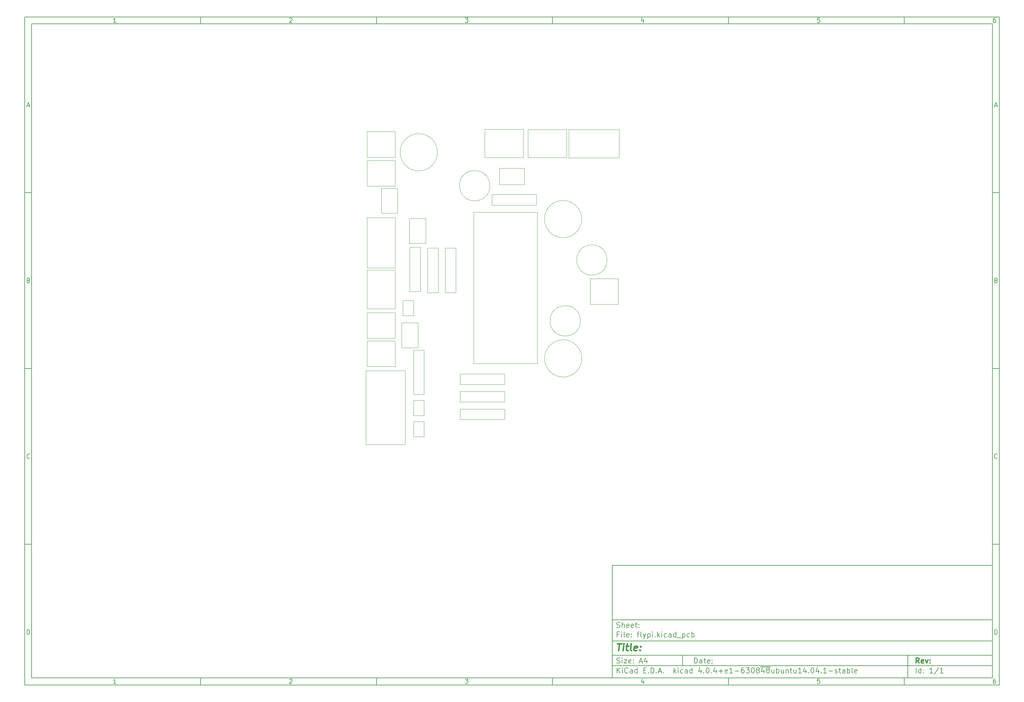
<source format=gbr>
G04 #@! TF.FileFunction,Other,User*
%FSLAX46Y46*%
G04 Gerber Fmt 4.6, Leading zero omitted, Abs format (unit mm)*
G04 Created by KiCad (PCBNEW 4.0.4+e1-6308~48~ubuntu14.04.1-stable) date Tue Oct  4 21:58:47 2016*
%MOMM*%
%LPD*%
G01*
G04 APERTURE LIST*
%ADD10C,0.100000*%
%ADD11C,0.150000*%
%ADD12C,0.300000*%
%ADD13C,0.400000*%
%ADD14C,0.050000*%
G04 APERTURE END LIST*
D10*
D11*
X177002200Y-166007200D02*
X177002200Y-198007200D01*
X285002200Y-198007200D01*
X285002200Y-166007200D01*
X177002200Y-166007200D01*
D10*
D11*
X10000000Y-10000000D02*
X10000000Y-200007200D01*
X287002200Y-200007200D01*
X287002200Y-10000000D01*
X10000000Y-10000000D01*
D10*
D11*
X12000000Y-12000000D02*
X12000000Y-198007200D01*
X285002200Y-198007200D01*
X285002200Y-12000000D01*
X12000000Y-12000000D01*
D10*
D11*
X60000000Y-12000000D02*
X60000000Y-10000000D01*
D10*
D11*
X110000000Y-12000000D02*
X110000000Y-10000000D01*
D10*
D11*
X160000000Y-12000000D02*
X160000000Y-10000000D01*
D10*
D11*
X210000000Y-12000000D02*
X210000000Y-10000000D01*
D10*
D11*
X260000000Y-12000000D02*
X260000000Y-10000000D01*
D10*
D11*
X35990476Y-11588095D02*
X35247619Y-11588095D01*
X35619048Y-11588095D02*
X35619048Y-10288095D01*
X35495238Y-10473810D01*
X35371429Y-10597619D01*
X35247619Y-10659524D01*
D10*
D11*
X85247619Y-10411905D02*
X85309524Y-10350000D01*
X85433333Y-10288095D01*
X85742857Y-10288095D01*
X85866667Y-10350000D01*
X85928571Y-10411905D01*
X85990476Y-10535714D01*
X85990476Y-10659524D01*
X85928571Y-10845238D01*
X85185714Y-11588095D01*
X85990476Y-11588095D01*
D10*
D11*
X135185714Y-10288095D02*
X135990476Y-10288095D01*
X135557143Y-10783333D01*
X135742857Y-10783333D01*
X135866667Y-10845238D01*
X135928571Y-10907143D01*
X135990476Y-11030952D01*
X135990476Y-11340476D01*
X135928571Y-11464286D01*
X135866667Y-11526190D01*
X135742857Y-11588095D01*
X135371429Y-11588095D01*
X135247619Y-11526190D01*
X135185714Y-11464286D01*
D10*
D11*
X185866667Y-10721429D02*
X185866667Y-11588095D01*
X185557143Y-10226190D02*
X185247619Y-11154762D01*
X186052381Y-11154762D01*
D10*
D11*
X235928571Y-10288095D02*
X235309524Y-10288095D01*
X235247619Y-10907143D01*
X235309524Y-10845238D01*
X235433333Y-10783333D01*
X235742857Y-10783333D01*
X235866667Y-10845238D01*
X235928571Y-10907143D01*
X235990476Y-11030952D01*
X235990476Y-11340476D01*
X235928571Y-11464286D01*
X235866667Y-11526190D01*
X235742857Y-11588095D01*
X235433333Y-11588095D01*
X235309524Y-11526190D01*
X235247619Y-11464286D01*
D10*
D11*
X285866667Y-10288095D02*
X285619048Y-10288095D01*
X285495238Y-10350000D01*
X285433333Y-10411905D01*
X285309524Y-10597619D01*
X285247619Y-10845238D01*
X285247619Y-11340476D01*
X285309524Y-11464286D01*
X285371429Y-11526190D01*
X285495238Y-11588095D01*
X285742857Y-11588095D01*
X285866667Y-11526190D01*
X285928571Y-11464286D01*
X285990476Y-11340476D01*
X285990476Y-11030952D01*
X285928571Y-10907143D01*
X285866667Y-10845238D01*
X285742857Y-10783333D01*
X285495238Y-10783333D01*
X285371429Y-10845238D01*
X285309524Y-10907143D01*
X285247619Y-11030952D01*
D10*
D11*
X60000000Y-198007200D02*
X60000000Y-200007200D01*
D10*
D11*
X110000000Y-198007200D02*
X110000000Y-200007200D01*
D10*
D11*
X160000000Y-198007200D02*
X160000000Y-200007200D01*
D10*
D11*
X210000000Y-198007200D02*
X210000000Y-200007200D01*
D10*
D11*
X260000000Y-198007200D02*
X260000000Y-200007200D01*
D10*
D11*
X35990476Y-199595295D02*
X35247619Y-199595295D01*
X35619048Y-199595295D02*
X35619048Y-198295295D01*
X35495238Y-198481010D01*
X35371429Y-198604819D01*
X35247619Y-198666724D01*
D10*
D11*
X85247619Y-198419105D02*
X85309524Y-198357200D01*
X85433333Y-198295295D01*
X85742857Y-198295295D01*
X85866667Y-198357200D01*
X85928571Y-198419105D01*
X85990476Y-198542914D01*
X85990476Y-198666724D01*
X85928571Y-198852438D01*
X85185714Y-199595295D01*
X85990476Y-199595295D01*
D10*
D11*
X135185714Y-198295295D02*
X135990476Y-198295295D01*
X135557143Y-198790533D01*
X135742857Y-198790533D01*
X135866667Y-198852438D01*
X135928571Y-198914343D01*
X135990476Y-199038152D01*
X135990476Y-199347676D01*
X135928571Y-199471486D01*
X135866667Y-199533390D01*
X135742857Y-199595295D01*
X135371429Y-199595295D01*
X135247619Y-199533390D01*
X135185714Y-199471486D01*
D10*
D11*
X185866667Y-198728629D02*
X185866667Y-199595295D01*
X185557143Y-198233390D02*
X185247619Y-199161962D01*
X186052381Y-199161962D01*
D10*
D11*
X235928571Y-198295295D02*
X235309524Y-198295295D01*
X235247619Y-198914343D01*
X235309524Y-198852438D01*
X235433333Y-198790533D01*
X235742857Y-198790533D01*
X235866667Y-198852438D01*
X235928571Y-198914343D01*
X235990476Y-199038152D01*
X235990476Y-199347676D01*
X235928571Y-199471486D01*
X235866667Y-199533390D01*
X235742857Y-199595295D01*
X235433333Y-199595295D01*
X235309524Y-199533390D01*
X235247619Y-199471486D01*
D10*
D11*
X285866667Y-198295295D02*
X285619048Y-198295295D01*
X285495238Y-198357200D01*
X285433333Y-198419105D01*
X285309524Y-198604819D01*
X285247619Y-198852438D01*
X285247619Y-199347676D01*
X285309524Y-199471486D01*
X285371429Y-199533390D01*
X285495238Y-199595295D01*
X285742857Y-199595295D01*
X285866667Y-199533390D01*
X285928571Y-199471486D01*
X285990476Y-199347676D01*
X285990476Y-199038152D01*
X285928571Y-198914343D01*
X285866667Y-198852438D01*
X285742857Y-198790533D01*
X285495238Y-198790533D01*
X285371429Y-198852438D01*
X285309524Y-198914343D01*
X285247619Y-199038152D01*
D10*
D11*
X10000000Y-60000000D02*
X12000000Y-60000000D01*
D10*
D11*
X10000000Y-110000000D02*
X12000000Y-110000000D01*
D10*
D11*
X10000000Y-160000000D02*
X12000000Y-160000000D01*
D10*
D11*
X10690476Y-35216667D02*
X11309524Y-35216667D01*
X10566667Y-35588095D02*
X11000000Y-34288095D01*
X11433333Y-35588095D01*
D10*
D11*
X11092857Y-84907143D02*
X11278571Y-84969048D01*
X11340476Y-85030952D01*
X11402381Y-85154762D01*
X11402381Y-85340476D01*
X11340476Y-85464286D01*
X11278571Y-85526190D01*
X11154762Y-85588095D01*
X10659524Y-85588095D01*
X10659524Y-84288095D01*
X11092857Y-84288095D01*
X11216667Y-84350000D01*
X11278571Y-84411905D01*
X11340476Y-84535714D01*
X11340476Y-84659524D01*
X11278571Y-84783333D01*
X11216667Y-84845238D01*
X11092857Y-84907143D01*
X10659524Y-84907143D01*
D10*
D11*
X11402381Y-135464286D02*
X11340476Y-135526190D01*
X11154762Y-135588095D01*
X11030952Y-135588095D01*
X10845238Y-135526190D01*
X10721429Y-135402381D01*
X10659524Y-135278571D01*
X10597619Y-135030952D01*
X10597619Y-134845238D01*
X10659524Y-134597619D01*
X10721429Y-134473810D01*
X10845238Y-134350000D01*
X11030952Y-134288095D01*
X11154762Y-134288095D01*
X11340476Y-134350000D01*
X11402381Y-134411905D01*
D10*
D11*
X10659524Y-185588095D02*
X10659524Y-184288095D01*
X10969048Y-184288095D01*
X11154762Y-184350000D01*
X11278571Y-184473810D01*
X11340476Y-184597619D01*
X11402381Y-184845238D01*
X11402381Y-185030952D01*
X11340476Y-185278571D01*
X11278571Y-185402381D01*
X11154762Y-185526190D01*
X10969048Y-185588095D01*
X10659524Y-185588095D01*
D10*
D11*
X287002200Y-60000000D02*
X285002200Y-60000000D01*
D10*
D11*
X287002200Y-110000000D02*
X285002200Y-110000000D01*
D10*
D11*
X287002200Y-160000000D02*
X285002200Y-160000000D01*
D10*
D11*
X285692676Y-35216667D02*
X286311724Y-35216667D01*
X285568867Y-35588095D02*
X286002200Y-34288095D01*
X286435533Y-35588095D01*
D10*
D11*
X286095057Y-84907143D02*
X286280771Y-84969048D01*
X286342676Y-85030952D01*
X286404581Y-85154762D01*
X286404581Y-85340476D01*
X286342676Y-85464286D01*
X286280771Y-85526190D01*
X286156962Y-85588095D01*
X285661724Y-85588095D01*
X285661724Y-84288095D01*
X286095057Y-84288095D01*
X286218867Y-84350000D01*
X286280771Y-84411905D01*
X286342676Y-84535714D01*
X286342676Y-84659524D01*
X286280771Y-84783333D01*
X286218867Y-84845238D01*
X286095057Y-84907143D01*
X285661724Y-84907143D01*
D10*
D11*
X286404581Y-135464286D02*
X286342676Y-135526190D01*
X286156962Y-135588095D01*
X286033152Y-135588095D01*
X285847438Y-135526190D01*
X285723629Y-135402381D01*
X285661724Y-135278571D01*
X285599819Y-135030952D01*
X285599819Y-134845238D01*
X285661724Y-134597619D01*
X285723629Y-134473810D01*
X285847438Y-134350000D01*
X286033152Y-134288095D01*
X286156962Y-134288095D01*
X286342676Y-134350000D01*
X286404581Y-134411905D01*
D10*
D11*
X285661724Y-185588095D02*
X285661724Y-184288095D01*
X285971248Y-184288095D01*
X286156962Y-184350000D01*
X286280771Y-184473810D01*
X286342676Y-184597619D01*
X286404581Y-184845238D01*
X286404581Y-185030952D01*
X286342676Y-185278571D01*
X286280771Y-185402381D01*
X286156962Y-185526190D01*
X285971248Y-185588095D01*
X285661724Y-185588095D01*
D10*
D11*
X200359343Y-193785771D02*
X200359343Y-192285771D01*
X200716486Y-192285771D01*
X200930771Y-192357200D01*
X201073629Y-192500057D01*
X201145057Y-192642914D01*
X201216486Y-192928629D01*
X201216486Y-193142914D01*
X201145057Y-193428629D01*
X201073629Y-193571486D01*
X200930771Y-193714343D01*
X200716486Y-193785771D01*
X200359343Y-193785771D01*
X202502200Y-193785771D02*
X202502200Y-193000057D01*
X202430771Y-192857200D01*
X202287914Y-192785771D01*
X202002200Y-192785771D01*
X201859343Y-192857200D01*
X202502200Y-193714343D02*
X202359343Y-193785771D01*
X202002200Y-193785771D01*
X201859343Y-193714343D01*
X201787914Y-193571486D01*
X201787914Y-193428629D01*
X201859343Y-193285771D01*
X202002200Y-193214343D01*
X202359343Y-193214343D01*
X202502200Y-193142914D01*
X203002200Y-192785771D02*
X203573629Y-192785771D01*
X203216486Y-192285771D02*
X203216486Y-193571486D01*
X203287914Y-193714343D01*
X203430772Y-193785771D01*
X203573629Y-193785771D01*
X204645057Y-193714343D02*
X204502200Y-193785771D01*
X204216486Y-193785771D01*
X204073629Y-193714343D01*
X204002200Y-193571486D01*
X204002200Y-193000057D01*
X204073629Y-192857200D01*
X204216486Y-192785771D01*
X204502200Y-192785771D01*
X204645057Y-192857200D01*
X204716486Y-193000057D01*
X204716486Y-193142914D01*
X204002200Y-193285771D01*
X205359343Y-193642914D02*
X205430771Y-193714343D01*
X205359343Y-193785771D01*
X205287914Y-193714343D01*
X205359343Y-193642914D01*
X205359343Y-193785771D01*
X205359343Y-192857200D02*
X205430771Y-192928629D01*
X205359343Y-193000057D01*
X205287914Y-192928629D01*
X205359343Y-192857200D01*
X205359343Y-193000057D01*
D10*
D11*
X177002200Y-194507200D02*
X285002200Y-194507200D01*
D10*
D11*
X178359343Y-196585771D02*
X178359343Y-195085771D01*
X179216486Y-196585771D02*
X178573629Y-195728629D01*
X179216486Y-195085771D02*
X178359343Y-195942914D01*
X179859343Y-196585771D02*
X179859343Y-195585771D01*
X179859343Y-195085771D02*
X179787914Y-195157200D01*
X179859343Y-195228629D01*
X179930771Y-195157200D01*
X179859343Y-195085771D01*
X179859343Y-195228629D01*
X181430772Y-196442914D02*
X181359343Y-196514343D01*
X181145057Y-196585771D01*
X181002200Y-196585771D01*
X180787915Y-196514343D01*
X180645057Y-196371486D01*
X180573629Y-196228629D01*
X180502200Y-195942914D01*
X180502200Y-195728629D01*
X180573629Y-195442914D01*
X180645057Y-195300057D01*
X180787915Y-195157200D01*
X181002200Y-195085771D01*
X181145057Y-195085771D01*
X181359343Y-195157200D01*
X181430772Y-195228629D01*
X182716486Y-196585771D02*
X182716486Y-195800057D01*
X182645057Y-195657200D01*
X182502200Y-195585771D01*
X182216486Y-195585771D01*
X182073629Y-195657200D01*
X182716486Y-196514343D02*
X182573629Y-196585771D01*
X182216486Y-196585771D01*
X182073629Y-196514343D01*
X182002200Y-196371486D01*
X182002200Y-196228629D01*
X182073629Y-196085771D01*
X182216486Y-196014343D01*
X182573629Y-196014343D01*
X182716486Y-195942914D01*
X184073629Y-196585771D02*
X184073629Y-195085771D01*
X184073629Y-196514343D02*
X183930772Y-196585771D01*
X183645058Y-196585771D01*
X183502200Y-196514343D01*
X183430772Y-196442914D01*
X183359343Y-196300057D01*
X183359343Y-195871486D01*
X183430772Y-195728629D01*
X183502200Y-195657200D01*
X183645058Y-195585771D01*
X183930772Y-195585771D01*
X184073629Y-195657200D01*
X185930772Y-195800057D02*
X186430772Y-195800057D01*
X186645058Y-196585771D02*
X185930772Y-196585771D01*
X185930772Y-195085771D01*
X186645058Y-195085771D01*
X187287915Y-196442914D02*
X187359343Y-196514343D01*
X187287915Y-196585771D01*
X187216486Y-196514343D01*
X187287915Y-196442914D01*
X187287915Y-196585771D01*
X188002201Y-196585771D02*
X188002201Y-195085771D01*
X188359344Y-195085771D01*
X188573629Y-195157200D01*
X188716487Y-195300057D01*
X188787915Y-195442914D01*
X188859344Y-195728629D01*
X188859344Y-195942914D01*
X188787915Y-196228629D01*
X188716487Y-196371486D01*
X188573629Y-196514343D01*
X188359344Y-196585771D01*
X188002201Y-196585771D01*
X189502201Y-196442914D02*
X189573629Y-196514343D01*
X189502201Y-196585771D01*
X189430772Y-196514343D01*
X189502201Y-196442914D01*
X189502201Y-196585771D01*
X190145058Y-196157200D02*
X190859344Y-196157200D01*
X190002201Y-196585771D02*
X190502201Y-195085771D01*
X191002201Y-196585771D01*
X191502201Y-196442914D02*
X191573629Y-196514343D01*
X191502201Y-196585771D01*
X191430772Y-196514343D01*
X191502201Y-196442914D01*
X191502201Y-196585771D01*
X194502201Y-196585771D02*
X194502201Y-195085771D01*
X194645058Y-196014343D02*
X195073629Y-196585771D01*
X195073629Y-195585771D02*
X194502201Y-196157200D01*
X195716487Y-196585771D02*
X195716487Y-195585771D01*
X195716487Y-195085771D02*
X195645058Y-195157200D01*
X195716487Y-195228629D01*
X195787915Y-195157200D01*
X195716487Y-195085771D01*
X195716487Y-195228629D01*
X197073630Y-196514343D02*
X196930773Y-196585771D01*
X196645059Y-196585771D01*
X196502201Y-196514343D01*
X196430773Y-196442914D01*
X196359344Y-196300057D01*
X196359344Y-195871486D01*
X196430773Y-195728629D01*
X196502201Y-195657200D01*
X196645059Y-195585771D01*
X196930773Y-195585771D01*
X197073630Y-195657200D01*
X198359344Y-196585771D02*
X198359344Y-195800057D01*
X198287915Y-195657200D01*
X198145058Y-195585771D01*
X197859344Y-195585771D01*
X197716487Y-195657200D01*
X198359344Y-196514343D02*
X198216487Y-196585771D01*
X197859344Y-196585771D01*
X197716487Y-196514343D01*
X197645058Y-196371486D01*
X197645058Y-196228629D01*
X197716487Y-196085771D01*
X197859344Y-196014343D01*
X198216487Y-196014343D01*
X198359344Y-195942914D01*
X199716487Y-196585771D02*
X199716487Y-195085771D01*
X199716487Y-196514343D02*
X199573630Y-196585771D01*
X199287916Y-196585771D01*
X199145058Y-196514343D01*
X199073630Y-196442914D01*
X199002201Y-196300057D01*
X199002201Y-195871486D01*
X199073630Y-195728629D01*
X199145058Y-195657200D01*
X199287916Y-195585771D01*
X199573630Y-195585771D01*
X199716487Y-195657200D01*
X202216487Y-195585771D02*
X202216487Y-196585771D01*
X201859344Y-195014343D02*
X201502201Y-196085771D01*
X202430773Y-196085771D01*
X203002201Y-196442914D02*
X203073629Y-196514343D01*
X203002201Y-196585771D01*
X202930772Y-196514343D01*
X203002201Y-196442914D01*
X203002201Y-196585771D01*
X204002201Y-195085771D02*
X204145058Y-195085771D01*
X204287915Y-195157200D01*
X204359344Y-195228629D01*
X204430773Y-195371486D01*
X204502201Y-195657200D01*
X204502201Y-196014343D01*
X204430773Y-196300057D01*
X204359344Y-196442914D01*
X204287915Y-196514343D01*
X204145058Y-196585771D01*
X204002201Y-196585771D01*
X203859344Y-196514343D01*
X203787915Y-196442914D01*
X203716487Y-196300057D01*
X203645058Y-196014343D01*
X203645058Y-195657200D01*
X203716487Y-195371486D01*
X203787915Y-195228629D01*
X203859344Y-195157200D01*
X204002201Y-195085771D01*
X205145058Y-196442914D02*
X205216486Y-196514343D01*
X205145058Y-196585771D01*
X205073629Y-196514343D01*
X205145058Y-196442914D01*
X205145058Y-196585771D01*
X206502201Y-195585771D02*
X206502201Y-196585771D01*
X206145058Y-195014343D02*
X205787915Y-196085771D01*
X206716487Y-196085771D01*
X207287915Y-196014343D02*
X208430772Y-196014343D01*
X207859343Y-196585771D02*
X207859343Y-195442914D01*
X209716486Y-196514343D02*
X209573629Y-196585771D01*
X209287915Y-196585771D01*
X209145058Y-196514343D01*
X209073629Y-196371486D01*
X209073629Y-195800057D01*
X209145058Y-195657200D01*
X209287915Y-195585771D01*
X209573629Y-195585771D01*
X209716486Y-195657200D01*
X209787915Y-195800057D01*
X209787915Y-195942914D01*
X209073629Y-196085771D01*
X211216486Y-196585771D02*
X210359343Y-196585771D01*
X210787915Y-196585771D02*
X210787915Y-195085771D01*
X210645058Y-195300057D01*
X210502200Y-195442914D01*
X210359343Y-195514343D01*
X211859343Y-196014343D02*
X213002200Y-196014343D01*
X214359343Y-195085771D02*
X214073629Y-195085771D01*
X213930772Y-195157200D01*
X213859343Y-195228629D01*
X213716486Y-195442914D01*
X213645057Y-195728629D01*
X213645057Y-196300057D01*
X213716486Y-196442914D01*
X213787914Y-196514343D01*
X213930772Y-196585771D01*
X214216486Y-196585771D01*
X214359343Y-196514343D01*
X214430772Y-196442914D01*
X214502200Y-196300057D01*
X214502200Y-195942914D01*
X214430772Y-195800057D01*
X214359343Y-195728629D01*
X214216486Y-195657200D01*
X213930772Y-195657200D01*
X213787914Y-195728629D01*
X213716486Y-195800057D01*
X213645057Y-195942914D01*
X215002200Y-195085771D02*
X215930771Y-195085771D01*
X215430771Y-195657200D01*
X215645057Y-195657200D01*
X215787914Y-195728629D01*
X215859343Y-195800057D01*
X215930771Y-195942914D01*
X215930771Y-196300057D01*
X215859343Y-196442914D01*
X215787914Y-196514343D01*
X215645057Y-196585771D01*
X215216485Y-196585771D01*
X215073628Y-196514343D01*
X215002200Y-196442914D01*
X216859342Y-195085771D02*
X217002199Y-195085771D01*
X217145056Y-195157200D01*
X217216485Y-195228629D01*
X217287914Y-195371486D01*
X217359342Y-195657200D01*
X217359342Y-196014343D01*
X217287914Y-196300057D01*
X217216485Y-196442914D01*
X217145056Y-196514343D01*
X217002199Y-196585771D01*
X216859342Y-196585771D01*
X216716485Y-196514343D01*
X216645056Y-196442914D01*
X216573628Y-196300057D01*
X216502199Y-196014343D01*
X216502199Y-195657200D01*
X216573628Y-195371486D01*
X216645056Y-195228629D01*
X216716485Y-195157200D01*
X216859342Y-195085771D01*
X218216485Y-195728629D02*
X218073627Y-195657200D01*
X218002199Y-195585771D01*
X217930770Y-195442914D01*
X217930770Y-195371486D01*
X218002199Y-195228629D01*
X218073627Y-195157200D01*
X218216485Y-195085771D01*
X218502199Y-195085771D01*
X218645056Y-195157200D01*
X218716485Y-195228629D01*
X218787913Y-195371486D01*
X218787913Y-195442914D01*
X218716485Y-195585771D01*
X218645056Y-195657200D01*
X218502199Y-195728629D01*
X218216485Y-195728629D01*
X218073627Y-195800057D01*
X218002199Y-195871486D01*
X217930770Y-196014343D01*
X217930770Y-196300057D01*
X218002199Y-196442914D01*
X218073627Y-196514343D01*
X218216485Y-196585771D01*
X218502199Y-196585771D01*
X218645056Y-196514343D01*
X218716485Y-196442914D01*
X218787913Y-196300057D01*
X218787913Y-196014343D01*
X218716485Y-195871486D01*
X218645056Y-195800057D01*
X218502199Y-195728629D01*
X220073627Y-195585771D02*
X220073627Y-196585771D01*
X219716484Y-195014343D02*
X219359341Y-196085771D01*
X220287913Y-196085771D01*
X221073627Y-195728629D02*
X220930769Y-195657200D01*
X220859341Y-195585771D01*
X220787912Y-195442914D01*
X220787912Y-195371486D01*
X220859341Y-195228629D01*
X220930769Y-195157200D01*
X221073627Y-195085771D01*
X221359341Y-195085771D01*
X221502198Y-195157200D01*
X221573627Y-195228629D01*
X221645055Y-195371486D01*
X221645055Y-195442914D01*
X221573627Y-195585771D01*
X221502198Y-195657200D01*
X221359341Y-195728629D01*
X221073627Y-195728629D01*
X220930769Y-195800057D01*
X220859341Y-195871486D01*
X220787912Y-196014343D01*
X220787912Y-196300057D01*
X220859341Y-196442914D01*
X220930769Y-196514343D01*
X221073627Y-196585771D01*
X221359341Y-196585771D01*
X221502198Y-196514343D01*
X221573627Y-196442914D01*
X221645055Y-196300057D01*
X221645055Y-196014343D01*
X221573627Y-195871486D01*
X221502198Y-195800057D01*
X221359341Y-195728629D01*
X219073627Y-194827200D02*
X221930769Y-194827200D01*
X222930769Y-195585771D02*
X222930769Y-196585771D01*
X222287912Y-195585771D02*
X222287912Y-196371486D01*
X222359340Y-196514343D01*
X222502198Y-196585771D01*
X222716483Y-196585771D01*
X222859340Y-196514343D01*
X222930769Y-196442914D01*
X223645055Y-196585771D02*
X223645055Y-195085771D01*
X223645055Y-195657200D02*
X223787912Y-195585771D01*
X224073626Y-195585771D01*
X224216483Y-195657200D01*
X224287912Y-195728629D01*
X224359341Y-195871486D01*
X224359341Y-196300057D01*
X224287912Y-196442914D01*
X224216483Y-196514343D01*
X224073626Y-196585771D01*
X223787912Y-196585771D01*
X223645055Y-196514343D01*
X225645055Y-195585771D02*
X225645055Y-196585771D01*
X225002198Y-195585771D02*
X225002198Y-196371486D01*
X225073626Y-196514343D01*
X225216484Y-196585771D01*
X225430769Y-196585771D01*
X225573626Y-196514343D01*
X225645055Y-196442914D01*
X226359341Y-195585771D02*
X226359341Y-196585771D01*
X226359341Y-195728629D02*
X226430769Y-195657200D01*
X226573627Y-195585771D01*
X226787912Y-195585771D01*
X226930769Y-195657200D01*
X227002198Y-195800057D01*
X227002198Y-196585771D01*
X227502198Y-195585771D02*
X228073627Y-195585771D01*
X227716484Y-195085771D02*
X227716484Y-196371486D01*
X227787912Y-196514343D01*
X227930770Y-196585771D01*
X228073627Y-196585771D01*
X229216484Y-195585771D02*
X229216484Y-196585771D01*
X228573627Y-195585771D02*
X228573627Y-196371486D01*
X228645055Y-196514343D01*
X228787913Y-196585771D01*
X229002198Y-196585771D01*
X229145055Y-196514343D01*
X229216484Y-196442914D01*
X230716484Y-196585771D02*
X229859341Y-196585771D01*
X230287913Y-196585771D02*
X230287913Y-195085771D01*
X230145056Y-195300057D01*
X230002198Y-195442914D01*
X229859341Y-195514343D01*
X232002198Y-195585771D02*
X232002198Y-196585771D01*
X231645055Y-195014343D02*
X231287912Y-196085771D01*
X232216484Y-196085771D01*
X232787912Y-196442914D02*
X232859340Y-196514343D01*
X232787912Y-196585771D01*
X232716483Y-196514343D01*
X232787912Y-196442914D01*
X232787912Y-196585771D01*
X233787912Y-195085771D02*
X233930769Y-195085771D01*
X234073626Y-195157200D01*
X234145055Y-195228629D01*
X234216484Y-195371486D01*
X234287912Y-195657200D01*
X234287912Y-196014343D01*
X234216484Y-196300057D01*
X234145055Y-196442914D01*
X234073626Y-196514343D01*
X233930769Y-196585771D01*
X233787912Y-196585771D01*
X233645055Y-196514343D01*
X233573626Y-196442914D01*
X233502198Y-196300057D01*
X233430769Y-196014343D01*
X233430769Y-195657200D01*
X233502198Y-195371486D01*
X233573626Y-195228629D01*
X233645055Y-195157200D01*
X233787912Y-195085771D01*
X235573626Y-195585771D02*
X235573626Y-196585771D01*
X235216483Y-195014343D02*
X234859340Y-196085771D01*
X235787912Y-196085771D01*
X236359340Y-196442914D02*
X236430768Y-196514343D01*
X236359340Y-196585771D01*
X236287911Y-196514343D01*
X236359340Y-196442914D01*
X236359340Y-196585771D01*
X237859340Y-196585771D02*
X237002197Y-196585771D01*
X237430769Y-196585771D02*
X237430769Y-195085771D01*
X237287912Y-195300057D01*
X237145054Y-195442914D01*
X237002197Y-195514343D01*
X238502197Y-196014343D02*
X239645054Y-196014343D01*
X240287911Y-196514343D02*
X240430768Y-196585771D01*
X240716483Y-196585771D01*
X240859340Y-196514343D01*
X240930768Y-196371486D01*
X240930768Y-196300057D01*
X240859340Y-196157200D01*
X240716483Y-196085771D01*
X240502197Y-196085771D01*
X240359340Y-196014343D01*
X240287911Y-195871486D01*
X240287911Y-195800057D01*
X240359340Y-195657200D01*
X240502197Y-195585771D01*
X240716483Y-195585771D01*
X240859340Y-195657200D01*
X241359340Y-195585771D02*
X241930769Y-195585771D01*
X241573626Y-195085771D02*
X241573626Y-196371486D01*
X241645054Y-196514343D01*
X241787912Y-196585771D01*
X241930769Y-196585771D01*
X243073626Y-196585771D02*
X243073626Y-195800057D01*
X243002197Y-195657200D01*
X242859340Y-195585771D01*
X242573626Y-195585771D01*
X242430769Y-195657200D01*
X243073626Y-196514343D02*
X242930769Y-196585771D01*
X242573626Y-196585771D01*
X242430769Y-196514343D01*
X242359340Y-196371486D01*
X242359340Y-196228629D01*
X242430769Y-196085771D01*
X242573626Y-196014343D01*
X242930769Y-196014343D01*
X243073626Y-195942914D01*
X243787912Y-196585771D02*
X243787912Y-195085771D01*
X243787912Y-195657200D02*
X243930769Y-195585771D01*
X244216483Y-195585771D01*
X244359340Y-195657200D01*
X244430769Y-195728629D01*
X244502198Y-195871486D01*
X244502198Y-196300057D01*
X244430769Y-196442914D01*
X244359340Y-196514343D01*
X244216483Y-196585771D01*
X243930769Y-196585771D01*
X243787912Y-196514343D01*
X245359341Y-196585771D02*
X245216483Y-196514343D01*
X245145055Y-196371486D01*
X245145055Y-195085771D01*
X246502197Y-196514343D02*
X246359340Y-196585771D01*
X246073626Y-196585771D01*
X245930769Y-196514343D01*
X245859340Y-196371486D01*
X245859340Y-195800057D01*
X245930769Y-195657200D01*
X246073626Y-195585771D01*
X246359340Y-195585771D01*
X246502197Y-195657200D01*
X246573626Y-195800057D01*
X246573626Y-195942914D01*
X245859340Y-196085771D01*
D10*
D11*
X177002200Y-191507200D02*
X285002200Y-191507200D01*
D10*
D12*
X264216486Y-193785771D02*
X263716486Y-193071486D01*
X263359343Y-193785771D02*
X263359343Y-192285771D01*
X263930771Y-192285771D01*
X264073629Y-192357200D01*
X264145057Y-192428629D01*
X264216486Y-192571486D01*
X264216486Y-192785771D01*
X264145057Y-192928629D01*
X264073629Y-193000057D01*
X263930771Y-193071486D01*
X263359343Y-193071486D01*
X265430771Y-193714343D02*
X265287914Y-193785771D01*
X265002200Y-193785771D01*
X264859343Y-193714343D01*
X264787914Y-193571486D01*
X264787914Y-193000057D01*
X264859343Y-192857200D01*
X265002200Y-192785771D01*
X265287914Y-192785771D01*
X265430771Y-192857200D01*
X265502200Y-193000057D01*
X265502200Y-193142914D01*
X264787914Y-193285771D01*
X266002200Y-192785771D02*
X266359343Y-193785771D01*
X266716485Y-192785771D01*
X267287914Y-193642914D02*
X267359342Y-193714343D01*
X267287914Y-193785771D01*
X267216485Y-193714343D01*
X267287914Y-193642914D01*
X267287914Y-193785771D01*
X267287914Y-192857200D02*
X267359342Y-192928629D01*
X267287914Y-193000057D01*
X267216485Y-192928629D01*
X267287914Y-192857200D01*
X267287914Y-193000057D01*
D10*
D11*
X178287914Y-193714343D02*
X178502200Y-193785771D01*
X178859343Y-193785771D01*
X179002200Y-193714343D01*
X179073629Y-193642914D01*
X179145057Y-193500057D01*
X179145057Y-193357200D01*
X179073629Y-193214343D01*
X179002200Y-193142914D01*
X178859343Y-193071486D01*
X178573629Y-193000057D01*
X178430771Y-192928629D01*
X178359343Y-192857200D01*
X178287914Y-192714343D01*
X178287914Y-192571486D01*
X178359343Y-192428629D01*
X178430771Y-192357200D01*
X178573629Y-192285771D01*
X178930771Y-192285771D01*
X179145057Y-192357200D01*
X179787914Y-193785771D02*
X179787914Y-192785771D01*
X179787914Y-192285771D02*
X179716485Y-192357200D01*
X179787914Y-192428629D01*
X179859342Y-192357200D01*
X179787914Y-192285771D01*
X179787914Y-192428629D01*
X180359343Y-192785771D02*
X181145057Y-192785771D01*
X180359343Y-193785771D01*
X181145057Y-193785771D01*
X182287914Y-193714343D02*
X182145057Y-193785771D01*
X181859343Y-193785771D01*
X181716486Y-193714343D01*
X181645057Y-193571486D01*
X181645057Y-193000057D01*
X181716486Y-192857200D01*
X181859343Y-192785771D01*
X182145057Y-192785771D01*
X182287914Y-192857200D01*
X182359343Y-193000057D01*
X182359343Y-193142914D01*
X181645057Y-193285771D01*
X183002200Y-193642914D02*
X183073628Y-193714343D01*
X183002200Y-193785771D01*
X182930771Y-193714343D01*
X183002200Y-193642914D01*
X183002200Y-193785771D01*
X183002200Y-192857200D02*
X183073628Y-192928629D01*
X183002200Y-193000057D01*
X182930771Y-192928629D01*
X183002200Y-192857200D01*
X183002200Y-193000057D01*
X184787914Y-193357200D02*
X185502200Y-193357200D01*
X184645057Y-193785771D02*
X185145057Y-192285771D01*
X185645057Y-193785771D01*
X186787914Y-192785771D02*
X186787914Y-193785771D01*
X186430771Y-192214343D02*
X186073628Y-193285771D01*
X187002200Y-193285771D01*
D10*
D11*
X263359343Y-196585771D02*
X263359343Y-195085771D01*
X264716486Y-196585771D02*
X264716486Y-195085771D01*
X264716486Y-196514343D02*
X264573629Y-196585771D01*
X264287915Y-196585771D01*
X264145057Y-196514343D01*
X264073629Y-196442914D01*
X264002200Y-196300057D01*
X264002200Y-195871486D01*
X264073629Y-195728629D01*
X264145057Y-195657200D01*
X264287915Y-195585771D01*
X264573629Y-195585771D01*
X264716486Y-195657200D01*
X265430772Y-196442914D02*
X265502200Y-196514343D01*
X265430772Y-196585771D01*
X265359343Y-196514343D01*
X265430772Y-196442914D01*
X265430772Y-196585771D01*
X265430772Y-195657200D02*
X265502200Y-195728629D01*
X265430772Y-195800057D01*
X265359343Y-195728629D01*
X265430772Y-195657200D01*
X265430772Y-195800057D01*
X268073629Y-196585771D02*
X267216486Y-196585771D01*
X267645058Y-196585771D02*
X267645058Y-195085771D01*
X267502201Y-195300057D01*
X267359343Y-195442914D01*
X267216486Y-195514343D01*
X269787914Y-195014343D02*
X268502200Y-196942914D01*
X271073629Y-196585771D02*
X270216486Y-196585771D01*
X270645058Y-196585771D02*
X270645058Y-195085771D01*
X270502201Y-195300057D01*
X270359343Y-195442914D01*
X270216486Y-195514343D01*
D10*
D11*
X177002200Y-187507200D02*
X285002200Y-187507200D01*
D10*
D13*
X178454581Y-188211962D02*
X179597438Y-188211962D01*
X178776010Y-190211962D02*
X179026010Y-188211962D01*
X180014105Y-190211962D02*
X180180771Y-188878629D01*
X180264105Y-188211962D02*
X180156962Y-188307200D01*
X180240295Y-188402438D01*
X180347439Y-188307200D01*
X180264105Y-188211962D01*
X180240295Y-188402438D01*
X180847438Y-188878629D02*
X181609343Y-188878629D01*
X181216486Y-188211962D02*
X181002200Y-189926248D01*
X181073630Y-190116724D01*
X181252201Y-190211962D01*
X181442677Y-190211962D01*
X182395058Y-190211962D02*
X182216487Y-190116724D01*
X182145057Y-189926248D01*
X182359343Y-188211962D01*
X183930772Y-190116724D02*
X183728391Y-190211962D01*
X183347439Y-190211962D01*
X183168867Y-190116724D01*
X183097438Y-189926248D01*
X183192676Y-189164343D01*
X183311724Y-188973867D01*
X183514105Y-188878629D01*
X183895057Y-188878629D01*
X184073629Y-188973867D01*
X184145057Y-189164343D01*
X184121248Y-189354819D01*
X183145057Y-189545295D01*
X184895057Y-190021486D02*
X184978392Y-190116724D01*
X184871248Y-190211962D01*
X184787915Y-190116724D01*
X184895057Y-190021486D01*
X184871248Y-190211962D01*
X185026010Y-188973867D02*
X185109344Y-189069105D01*
X185002200Y-189164343D01*
X184918867Y-189069105D01*
X185026010Y-188973867D01*
X185002200Y-189164343D01*
D10*
D11*
X178859343Y-185600057D02*
X178359343Y-185600057D01*
X178359343Y-186385771D02*
X178359343Y-184885771D01*
X179073629Y-184885771D01*
X179645057Y-186385771D02*
X179645057Y-185385771D01*
X179645057Y-184885771D02*
X179573628Y-184957200D01*
X179645057Y-185028629D01*
X179716485Y-184957200D01*
X179645057Y-184885771D01*
X179645057Y-185028629D01*
X180573629Y-186385771D02*
X180430771Y-186314343D01*
X180359343Y-186171486D01*
X180359343Y-184885771D01*
X181716485Y-186314343D02*
X181573628Y-186385771D01*
X181287914Y-186385771D01*
X181145057Y-186314343D01*
X181073628Y-186171486D01*
X181073628Y-185600057D01*
X181145057Y-185457200D01*
X181287914Y-185385771D01*
X181573628Y-185385771D01*
X181716485Y-185457200D01*
X181787914Y-185600057D01*
X181787914Y-185742914D01*
X181073628Y-185885771D01*
X182430771Y-186242914D02*
X182502199Y-186314343D01*
X182430771Y-186385771D01*
X182359342Y-186314343D01*
X182430771Y-186242914D01*
X182430771Y-186385771D01*
X182430771Y-185457200D02*
X182502199Y-185528629D01*
X182430771Y-185600057D01*
X182359342Y-185528629D01*
X182430771Y-185457200D01*
X182430771Y-185600057D01*
X184073628Y-185385771D02*
X184645057Y-185385771D01*
X184287914Y-186385771D02*
X184287914Y-185100057D01*
X184359342Y-184957200D01*
X184502200Y-184885771D01*
X184645057Y-184885771D01*
X185359343Y-186385771D02*
X185216485Y-186314343D01*
X185145057Y-186171486D01*
X185145057Y-184885771D01*
X185787914Y-185385771D02*
X186145057Y-186385771D01*
X186502199Y-185385771D02*
X186145057Y-186385771D01*
X186002199Y-186742914D01*
X185930771Y-186814343D01*
X185787914Y-186885771D01*
X187073628Y-185385771D02*
X187073628Y-186885771D01*
X187073628Y-185457200D02*
X187216485Y-185385771D01*
X187502199Y-185385771D01*
X187645056Y-185457200D01*
X187716485Y-185528629D01*
X187787914Y-185671486D01*
X187787914Y-186100057D01*
X187716485Y-186242914D01*
X187645056Y-186314343D01*
X187502199Y-186385771D01*
X187216485Y-186385771D01*
X187073628Y-186314343D01*
X188430771Y-186385771D02*
X188430771Y-185385771D01*
X188430771Y-184885771D02*
X188359342Y-184957200D01*
X188430771Y-185028629D01*
X188502199Y-184957200D01*
X188430771Y-184885771D01*
X188430771Y-185028629D01*
X189145057Y-186242914D02*
X189216485Y-186314343D01*
X189145057Y-186385771D01*
X189073628Y-186314343D01*
X189145057Y-186242914D01*
X189145057Y-186385771D01*
X189859343Y-186385771D02*
X189859343Y-184885771D01*
X190002200Y-185814343D02*
X190430771Y-186385771D01*
X190430771Y-185385771D02*
X189859343Y-185957200D01*
X191073629Y-186385771D02*
X191073629Y-185385771D01*
X191073629Y-184885771D02*
X191002200Y-184957200D01*
X191073629Y-185028629D01*
X191145057Y-184957200D01*
X191073629Y-184885771D01*
X191073629Y-185028629D01*
X192430772Y-186314343D02*
X192287915Y-186385771D01*
X192002201Y-186385771D01*
X191859343Y-186314343D01*
X191787915Y-186242914D01*
X191716486Y-186100057D01*
X191716486Y-185671486D01*
X191787915Y-185528629D01*
X191859343Y-185457200D01*
X192002201Y-185385771D01*
X192287915Y-185385771D01*
X192430772Y-185457200D01*
X193716486Y-186385771D02*
X193716486Y-185600057D01*
X193645057Y-185457200D01*
X193502200Y-185385771D01*
X193216486Y-185385771D01*
X193073629Y-185457200D01*
X193716486Y-186314343D02*
X193573629Y-186385771D01*
X193216486Y-186385771D01*
X193073629Y-186314343D01*
X193002200Y-186171486D01*
X193002200Y-186028629D01*
X193073629Y-185885771D01*
X193216486Y-185814343D01*
X193573629Y-185814343D01*
X193716486Y-185742914D01*
X195073629Y-186385771D02*
X195073629Y-184885771D01*
X195073629Y-186314343D02*
X194930772Y-186385771D01*
X194645058Y-186385771D01*
X194502200Y-186314343D01*
X194430772Y-186242914D01*
X194359343Y-186100057D01*
X194359343Y-185671486D01*
X194430772Y-185528629D01*
X194502200Y-185457200D01*
X194645058Y-185385771D01*
X194930772Y-185385771D01*
X195073629Y-185457200D01*
X195430772Y-186528629D02*
X196573629Y-186528629D01*
X196930772Y-185385771D02*
X196930772Y-186885771D01*
X196930772Y-185457200D02*
X197073629Y-185385771D01*
X197359343Y-185385771D01*
X197502200Y-185457200D01*
X197573629Y-185528629D01*
X197645058Y-185671486D01*
X197645058Y-186100057D01*
X197573629Y-186242914D01*
X197502200Y-186314343D01*
X197359343Y-186385771D01*
X197073629Y-186385771D01*
X196930772Y-186314343D01*
X198930772Y-186314343D02*
X198787915Y-186385771D01*
X198502201Y-186385771D01*
X198359343Y-186314343D01*
X198287915Y-186242914D01*
X198216486Y-186100057D01*
X198216486Y-185671486D01*
X198287915Y-185528629D01*
X198359343Y-185457200D01*
X198502201Y-185385771D01*
X198787915Y-185385771D01*
X198930772Y-185457200D01*
X199573629Y-186385771D02*
X199573629Y-184885771D01*
X199573629Y-185457200D02*
X199716486Y-185385771D01*
X200002200Y-185385771D01*
X200145057Y-185457200D01*
X200216486Y-185528629D01*
X200287915Y-185671486D01*
X200287915Y-186100057D01*
X200216486Y-186242914D01*
X200145057Y-186314343D01*
X200002200Y-186385771D01*
X199716486Y-186385771D01*
X199573629Y-186314343D01*
D10*
D11*
X177002200Y-181507200D02*
X285002200Y-181507200D01*
D10*
D11*
X178287914Y-183614343D02*
X178502200Y-183685771D01*
X178859343Y-183685771D01*
X179002200Y-183614343D01*
X179073629Y-183542914D01*
X179145057Y-183400057D01*
X179145057Y-183257200D01*
X179073629Y-183114343D01*
X179002200Y-183042914D01*
X178859343Y-182971486D01*
X178573629Y-182900057D01*
X178430771Y-182828629D01*
X178359343Y-182757200D01*
X178287914Y-182614343D01*
X178287914Y-182471486D01*
X178359343Y-182328629D01*
X178430771Y-182257200D01*
X178573629Y-182185771D01*
X178930771Y-182185771D01*
X179145057Y-182257200D01*
X179787914Y-183685771D02*
X179787914Y-182185771D01*
X180430771Y-183685771D02*
X180430771Y-182900057D01*
X180359342Y-182757200D01*
X180216485Y-182685771D01*
X180002200Y-182685771D01*
X179859342Y-182757200D01*
X179787914Y-182828629D01*
X181716485Y-183614343D02*
X181573628Y-183685771D01*
X181287914Y-183685771D01*
X181145057Y-183614343D01*
X181073628Y-183471486D01*
X181073628Y-182900057D01*
X181145057Y-182757200D01*
X181287914Y-182685771D01*
X181573628Y-182685771D01*
X181716485Y-182757200D01*
X181787914Y-182900057D01*
X181787914Y-183042914D01*
X181073628Y-183185771D01*
X183002199Y-183614343D02*
X182859342Y-183685771D01*
X182573628Y-183685771D01*
X182430771Y-183614343D01*
X182359342Y-183471486D01*
X182359342Y-182900057D01*
X182430771Y-182757200D01*
X182573628Y-182685771D01*
X182859342Y-182685771D01*
X183002199Y-182757200D01*
X183073628Y-182900057D01*
X183073628Y-183042914D01*
X182359342Y-183185771D01*
X183502199Y-182685771D02*
X184073628Y-182685771D01*
X183716485Y-182185771D02*
X183716485Y-183471486D01*
X183787913Y-183614343D01*
X183930771Y-183685771D01*
X184073628Y-183685771D01*
X184573628Y-183542914D02*
X184645056Y-183614343D01*
X184573628Y-183685771D01*
X184502199Y-183614343D01*
X184573628Y-183542914D01*
X184573628Y-183685771D01*
X184573628Y-182757200D02*
X184645056Y-182828629D01*
X184573628Y-182900057D01*
X184502199Y-182828629D01*
X184573628Y-182757200D01*
X184573628Y-182900057D01*
D10*
D11*
X197002200Y-191507200D02*
X197002200Y-194507200D01*
D10*
D11*
X261002200Y-191507200D02*
X261002200Y-198007200D01*
D14*
X168300000Y-67500000D02*
G75*
G03X168300000Y-67500000I-5300000J0D01*
G01*
X127300000Y-48500000D02*
G75*
G03X127300000Y-48500000I-5300000J0D01*
G01*
X168350000Y-107125000D02*
G75*
G03X168350000Y-107125000I-5300000J0D01*
G01*
X142200000Y-58000000D02*
G75*
G03X142200000Y-58000000I-4300000J0D01*
G01*
X175500000Y-79125000D02*
G75*
G03X175500000Y-79125000I-4300000J0D01*
G01*
X167925000Y-96450000D02*
G75*
G03X167925000Y-96450000I-4300000J0D01*
G01*
X123500000Y-119100000D02*
X123500000Y-123400000D01*
X123500000Y-123400000D02*
X120500000Y-123400000D01*
X120500000Y-123400000D02*
X120500000Y-119100000D01*
X120500000Y-119100000D02*
X123500000Y-119100000D01*
X117500000Y-94900000D02*
X117500000Y-90600000D01*
X117500000Y-90600000D02*
X120500000Y-90600000D01*
X120500000Y-90600000D02*
X120500000Y-94900000D01*
X120500000Y-94900000D02*
X117500000Y-94900000D01*
X123500000Y-125100000D02*
X123500000Y-129400000D01*
X123500000Y-129400000D02*
X120500000Y-129400000D01*
X120500000Y-129400000D02*
X120500000Y-125100000D01*
X120500000Y-125100000D02*
X123500000Y-125100000D01*
X115300000Y-102100000D02*
X115300000Y-109400000D01*
X107300000Y-102100000D02*
X115300000Y-102100000D01*
X107300000Y-109400000D02*
X107300000Y-102100000D01*
X115300000Y-109400000D02*
X107300000Y-109400000D01*
X170700000Y-91750000D02*
X170700000Y-84450000D01*
X178700000Y-91750000D02*
X170700000Y-91750000D01*
X178700000Y-84450000D02*
X178700000Y-91750000D01*
X170700000Y-84450000D02*
X178700000Y-84450000D01*
X115300000Y-94100000D02*
X115300000Y-101400000D01*
X107300000Y-94100000D02*
X115300000Y-94100000D01*
X107300000Y-101400000D02*
X107300000Y-94100000D01*
X115300000Y-101400000D02*
X107300000Y-101400000D01*
X115300000Y-82000000D02*
X115300000Y-93000000D01*
X107300000Y-82000000D02*
X115300000Y-82000000D01*
X107300000Y-93000000D02*
X107300000Y-82000000D01*
X115300000Y-93000000D02*
X107300000Y-93000000D01*
X115300000Y-42600000D02*
X115300000Y-49900000D01*
X107300000Y-42600000D02*
X115300000Y-42600000D01*
X107300000Y-49900000D02*
X107300000Y-42600000D01*
X115300000Y-49900000D02*
X107300000Y-49900000D01*
X115300000Y-50850000D02*
X115300000Y-58150000D01*
X107300000Y-50850000D02*
X115300000Y-50850000D01*
X107300000Y-58150000D02*
X107300000Y-50850000D01*
X115300000Y-58150000D02*
X107300000Y-58150000D01*
X151725000Y-49975000D02*
X140725000Y-49975000D01*
X151725000Y-41975000D02*
X151725000Y-49975000D01*
X140725000Y-41975000D02*
X151725000Y-41975000D01*
X140725000Y-49975000D02*
X140725000Y-41975000D01*
X164000000Y-50000000D02*
X153000000Y-50000000D01*
X164000000Y-42000000D02*
X164000000Y-50000000D01*
X153000000Y-42000000D02*
X164000000Y-42000000D01*
X153000000Y-50000000D02*
X153000000Y-42000000D01*
X178925000Y-50025000D02*
X164625000Y-50025000D01*
X178925000Y-42025000D02*
X178925000Y-50025000D01*
X164625000Y-42025000D02*
X178925000Y-42025000D01*
X164625000Y-50025000D02*
X164625000Y-42025000D01*
X115300000Y-67100000D02*
X115300000Y-81400000D01*
X107300000Y-67100000D02*
X115300000Y-67100000D01*
X107300000Y-81400000D02*
X107300000Y-67100000D01*
X115300000Y-81400000D02*
X107300000Y-81400000D01*
X127500000Y-75750000D02*
X127500000Y-88400000D01*
X124500000Y-75750000D02*
X127500000Y-75750000D01*
X127500000Y-88400000D02*
X124500000Y-88400000D01*
X124500000Y-75750000D02*
X124500000Y-88400000D01*
X123500000Y-104750000D02*
X123500000Y-117400000D01*
X120500000Y-104750000D02*
X123500000Y-104750000D01*
X123500000Y-117400000D02*
X120500000Y-117400000D01*
X120500000Y-104750000D02*
X120500000Y-117400000D01*
X132500000Y-75750000D02*
X132500000Y-88400000D01*
X129500000Y-75750000D02*
X132500000Y-75750000D01*
X132500000Y-88400000D02*
X129500000Y-88400000D01*
X129500000Y-75750000D02*
X129500000Y-88400000D01*
X142750000Y-60500000D02*
X155400000Y-60500000D01*
X142750000Y-63500000D02*
X142750000Y-60500000D01*
X155400000Y-60500000D02*
X155400000Y-63500000D01*
X142750000Y-63500000D02*
X155400000Y-63500000D01*
X133750000Y-111500000D02*
X146400000Y-111500000D01*
X133750000Y-114500000D02*
X133750000Y-111500000D01*
X146400000Y-111500000D02*
X146400000Y-114500000D01*
X133750000Y-114500000D02*
X146400000Y-114500000D01*
X133750000Y-116500000D02*
X146400000Y-116500000D01*
X133750000Y-119500000D02*
X133750000Y-116500000D01*
X146400000Y-116500000D02*
X146400000Y-119500000D01*
X133750000Y-119500000D02*
X146400000Y-119500000D01*
X133750000Y-121500000D02*
X146400000Y-121500000D01*
X133750000Y-124500000D02*
X133750000Y-121500000D01*
X146400000Y-121500000D02*
X146400000Y-124500000D01*
X133750000Y-124500000D02*
X146400000Y-124500000D01*
X118150000Y-110600000D02*
X118150000Y-131600000D01*
X118150000Y-131600000D02*
X107000000Y-131600000D01*
X107000000Y-131600000D02*
X107000000Y-110600000D01*
X107000000Y-110600000D02*
X118150000Y-110600000D01*
X137600000Y-65550000D02*
X137600000Y-108550000D01*
X155650000Y-65550000D02*
X155650000Y-108550000D01*
X137600000Y-65550000D02*
X155650000Y-65550000D01*
X137600000Y-108550000D02*
X155650000Y-108550000D01*
X115950000Y-65850000D02*
X111350000Y-65850000D01*
X115950000Y-65850000D02*
X115950000Y-58750000D01*
X111350000Y-65850000D02*
X111350000Y-58750000D01*
X115950000Y-58750000D02*
X111350000Y-58750000D01*
X123950000Y-74400000D02*
X119350000Y-74400000D01*
X123950000Y-74400000D02*
X123950000Y-67300000D01*
X119350000Y-74400000D02*
X119350000Y-67300000D01*
X123950000Y-67300000D02*
X119350000Y-67300000D01*
X117150000Y-97000000D02*
X121750000Y-97000000D01*
X117150000Y-97000000D02*
X117150000Y-104100000D01*
X121750000Y-97000000D02*
X121750000Y-104100000D01*
X117150000Y-104100000D02*
X121750000Y-104100000D01*
X152000000Y-53050000D02*
X152000000Y-57650000D01*
X152000000Y-53050000D02*
X144900000Y-53050000D01*
X152000000Y-57650000D02*
X144900000Y-57650000D01*
X144900000Y-53050000D02*
X144900000Y-57650000D01*
X119425000Y-88100000D02*
X119425000Y-75450000D01*
X122425000Y-88100000D02*
X119425000Y-88100000D01*
X119425000Y-75450000D02*
X122425000Y-75450000D01*
X122425000Y-88100000D02*
X122425000Y-75450000D01*
M02*

</source>
